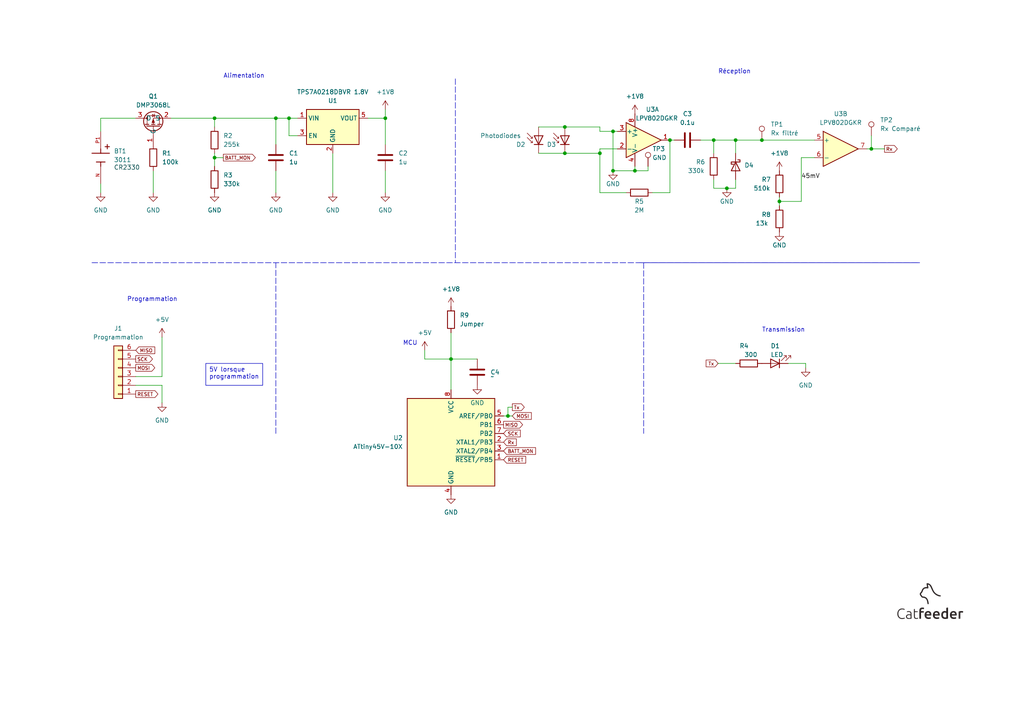
<source format=kicad_sch>
(kicad_sch (version 20230121) (generator eeschema)
  (paper "A4")
  (title_block (title "Cat Feeder - Tag") (date "2024-03-04") (rev "1") (company "John Molas"))
  (lib_symbols
    (symbol "3011:3011" (pin_names (offset 1.016))
      (property "Reference" "BT" (at -3.81 3.81 0))
      (property "Value" "3011" (at -3.81 -5.08 0))
      (symbol "3011_0_0"
        (polyline (pts (xy -3.81 1.905) (xy -2.54 1.905)) (stroke (width 0.254)))
        (polyline (pts (xy -3.175 2.54) (xy -3.175 1.27)) (stroke (width 0.254)))
        (polyline (pts (xy -1.27 0) (xy -2.54 0)) (stroke (width 0.254)))
        (polyline (pts (xy -1.27 0) (xy -1.27 -2.54)) (stroke (width 0.254)))
        (polyline (pts (xy -1.27 2.54) (xy -1.27 0)) (stroke (width 0.254)))
        (polyline (pts (xy 1.27 0) (xy 1.27 -1.27)) (stroke (width 0.254)))
        (polyline (pts (xy 1.27 0) (xy 2.54 0)) (stroke (width 0.254)))
        (polyline (pts (xy 1.27 1.27) (xy 1.27 0)) (stroke (width 0.254)))
        (pin passive line (at 7.62 0 180) (length 5.08) (name "~") (number "N"))
        (pin passive line (at -7.62 0 0) (length 5.08) (name "~") (number "P1"))
      )
    )
    (symbol "Amplifier_Operational:LM358" (pin_names (offset 0.127))
      (property "Reference" "U" (at 0 5.08 0))
      (property "Value" "LM358" (at 0 -5.08 0))
      (symbol "LM358_1_1"
        (polyline (pts (xy -5.08 5.08) (xy 5.08 0) (xy -5.08 -5.08) (xy -5.08 5.08)) (stroke (width 0.254)) (fill (type background)))
        (pin output line (at 7.62 0 180) (length 2.54) (name "~") (number "1"))
        (pin input line (at -7.62 -2.54 0) (length 2.54) (name "-") (number "2"))
        (pin input line (at -7.62 2.54 0) (length 2.54) (name "+") (number "3"))
      )
      (symbol "LM358_2_1"
        (polyline (pts (xy -5.08 5.08) (xy 5.08 0) (xy -5.08 -5.08) (xy -5.08 5.08)) (stroke (width 0.254)) (fill (type background)))
        (pin input line (at -7.62 2.54 0) (length 2.54) (name "+") (number "5"))
        (pin input line (at -7.62 -2.54 0) (length 2.54) (name "-") (number "6"))
        (pin output line (at 7.62 0 180) (length 2.54) (name "~") (number "7"))
      )
      (symbol "LM358_3_1"
        (pin power_in line (at -2.54 -7.62 90) (length 3.81) (name "V-") (number "4"))
        (pin power_in line (at -2.54 7.62 270) (length 3.81) (name "V+") (number "8"))
      )
    )
    (symbol "Connector:TestPoint" (pin_numbers hide) (pin_names (offset 0.762) hide)
      (property "Reference" "TP" (at 0 6.858 0))
      (property "Value" "TestPoint" (at 0 5.08 0))
      (symbol "TestPoint_0_1"
        (circle (center 0 3.302) (radius 0.762))
      )
      (symbol "TestPoint_1_1"
        (pin passive line (at 0 0 90) (length 2.54) (name "1") (number "1"))
      )
    )
    (symbol "Connector_Generic:Conn_01x06" (pin_names (offset 1.016) hide)
      (property "Reference" "J" (at 0 7.62 0))
      (property "Value" "Conn_01x06" (at 0 -10.16 0))
      (symbol "Conn_01x06_1_1"
        (rectangle (start -1.27 -7.493) (end 0 -7.747) (stroke (width 0.1524)))
        (rectangle (start -1.27 -4.953) (end 0 -5.207) (stroke (width 0.1524)))
        (rectangle (start -1.27 -2.413) (end 0 -2.667) (stroke (width 0.1524)))
        (rectangle (start -1.27 0.127) (end 0 -0.127) (stroke (width 0.1524)))
        (rectangle (start -1.27 2.667) (end 0 2.413) (stroke (width 0.1524)))
        (rectangle (start -1.27 5.207) (end 0 4.953) (stroke (width 0.1524)))
        (rectangle (start -1.27 6.35) (end 1.27 -8.89) (stroke (width 0.254)) (fill (type background)))
        (pin passive line (at -5.08 5.08 0) (length 3.81) (name "Pin_1") (number "1"))
        (pin passive line (at -5.08 2.54 0) (length 3.81) (name "Pin_2") (number "2"))
        (pin passive line (at -5.08 0 0) (length 3.81) (name "Pin_3") (number "3"))
        (pin passive line (at -5.08 -2.54 0) (length 3.81) (name "Pin_4") (number "4"))
        (pin passive line (at -5.08 -5.08 0) (length 3.81) (name "Pin_5") (number "5"))
        (pin passive line (at -5.08 -7.62 0) (length 3.81) (name "Pin_6") (number "6"))
      )
    )
    (symbol "Device:C" (pin_numbers hide) (pin_names (offset 0.254))
      (property "Reference" "C" (at 0.635 2.54 0))
      (property "Value" "C" (at 0.635 -2.54 0))
      (symbol "C_0_1"
        (polyline (pts (xy -2.032 -0.762) (xy 2.032 -0.762)) (stroke (width 0.508)))
        (polyline (pts (xy -2.032 0.762) (xy 2.032 0.762)) (stroke (width 0.508)))
      )
      (symbol "C_1_1"
        (pin passive line (at 0 3.81 270) (length 2.794) (name "~") (number "1"))
        (pin passive line (at 0 -3.81 90) (length 2.794) (name "~") (number "2"))
      )
    )
    (symbol "Device:D_Photo" (pin_numbers hide) (pin_names hide)
      (property "Reference" "D" (at 0.508 1.778 0))
      (property "Value" "D_Photo" (at -1.016 -2.794 0))
      (symbol "D_Photo_0_1"
        (polyline (pts (xy -2.54 1.27) (xy -2.54 -1.27)) (stroke (width 0.254)))
        (polyline (pts (xy -2.032 1.778) (xy -1.524 1.778)))
        (polyline (pts (xy 0 0) (xy -2.54 0)))
        (polyline (pts (xy -0.508 3.302) (xy -2.032 1.778) (xy -2.032 2.286)))
        (polyline (pts (xy 0 -1.27) (xy 0 1.27) (xy -2.54 0) (xy 0 -1.27)) (stroke (width 0.254)))
        (polyline (pts (xy 0.762 3.302) (xy -0.762 1.778) (xy -0.762 2.286) (xy -0.762 1.778) (xy -0.254 1.778)))
      )
      (symbol "D_Photo_1_1"
        (pin passive line (at -5.08 0 0) (length 2.54) (name "K") (number "1"))
        (pin passive line (at 2.54 0 180) (length 2.54) (name "A") (number "2"))
      )
    )
    (symbol "Device:D_Schottky" (pin_numbers hide) (pin_names (offset 1.016) hide)
      (property "Reference" "D" (at 0 2.54 0))
      (property "Value" "D_Schottky" (at 0 -2.54 0))
      (symbol "D_Schottky_0_1"
        (polyline (pts (xy 1.27 0) (xy -1.27 0)))
        (polyline (pts (xy 1.27 1.27) (xy 1.27 -1.27) (xy -1.27 0) (xy 1.27 1.27)) (stroke (width 0.254)))
        (polyline (pts (xy -1.905 0.635) (xy -1.905 1.27) (xy -1.27 1.27) (xy -1.27 -1.27) (xy -0.635 -1.27) (xy -0.635 -0.635)) (stroke (width 0.254)))
      )
      (symbol "D_Schottky_1_1"
        (pin passive line (at -3.81 0 0) (length 2.54) (name "K") (number "1"))
        (pin passive line (at 3.81 0 180) (length 2.54) (name "A") (number "2"))
      )
    )
    (symbol "Device:LED" (pin_numbers hide) (pin_names (offset 1.016) hide)
      (property "Reference" "D" (at 0 2.54 0))
      (property "Value" "LED" (at 0 -2.54 0))
      (symbol "LED_0_1"
        (polyline (pts (xy -1.27 -1.27) (xy -1.27 1.27)) (stroke (width 0.254)))
        (polyline (pts (xy -1.27 0) (xy 1.27 0)))
        (polyline (pts (xy 1.27 -1.27) (xy 1.27 1.27) (xy -1.27 0) (xy 1.27 -1.27)) (stroke (width 0.254)))
        (polyline (pts (xy -3.048 -0.762) (xy -4.572 -2.286) (xy -3.81 -2.286) (xy -4.572 -2.286) (xy -4.572 -1.524)))
        (polyline (pts (xy -1.778 -0.762) (xy -3.302 -2.286) (xy -2.54 -2.286) (xy -3.302 -2.286) (xy -3.302 -1.524)))
      )
      (symbol "LED_1_1"
        (pin passive line (at -3.81 0 0) (length 2.54) (name "K") (number "1"))
        (pin passive line (at 3.81 0 180) (length 2.54) (name "A") (number "2"))
      )
    )
    (symbol "Device:R" (pin_numbers hide) (pin_names (offset 0))
      (property "Reference" "R" (at 2.032 0 90))
      (property "Value" "R" (at 0 0 90))
      (symbol "R_0_1"
        (rectangle (start -1.016 -2.54) (end 1.016 2.54) (stroke (width 0.254)))
      )
      (symbol "R_1_1"
        (pin passive line (at 0 3.81 270) (length 1.27) (name "~") (number "1"))
        (pin passive line (at 0 -3.81 90) (length 1.27) (name "~") (number "2"))
      )
    )
    (symbol "MCU_Microchip_ATtiny:ATtiny45V-10X"
      (property "Reference" "U" (at -12.7 13.97 0))
      (property "Value" "ATtiny45V-10X" (at 2.54 -13.97 0))
      (symbol "ATtiny45V-10X_0_1"
        (rectangle (start -12.7 -12.7) (end 12.7 12.7) (stroke (width 0.254)) (fill (type background)))
      )
      (symbol "ATtiny45V-10X_1_1"
        (pin bidirectional line (at 15.24 -5.08 180) (length 2.54) (name "~{RESET}/PB5") (number "1"))
        (pin bidirectional line (at 15.24 0 180) (length 2.54) (name "XTAL1/PB3") (number "2"))
        (pin bidirectional line (at 15.24 -2.54 180) (length 2.54) (name "XTAL2/PB4") (number "3"))
        (pin power_in line (at 0 -15.24 90) (length 2.54) (name "GND") (number "4"))
        (pin bidirectional line (at 15.24 7.62 180) (length 2.54) (name "AREF/PB0") (number "5"))
        (pin bidirectional line (at 15.24 5.08 180) (length 2.54) (name "PB1") (number "6"))
        (pin bidirectional line (at 15.24 2.54 180) (length 2.54) (name "PB2") (number "7"))
        (pin power_in line (at 0 15.24 270) (length 2.54) (name "VCC") (number "8"))
      )
    )
    (symbol "Regulator_Linear:ADP7182AUJZ-3.3"
      (property "Reference" "U1" (at 0 -7.62 0))
      (property "Value" "TPS7A02 1.8V" (at 0 -10.16 0))
      (symbol "ADP7182AUJZ-3.3_0_1"
        (rectangle (start -7.62 5.08) (end 7.62 -5.08) (stroke (width 0.254)) (fill (type background)))
      )
      (symbol "ADP7182AUJZ-3.3_1_1"
        (pin power_in line (at -10.16 -2.54 0) (length 2.54) (name "VIN") (number "1"))
        (pin power_in line (at 0 7.62 270) (length 2.54) (name "GND") (number "2"))
        (pin input line (at -10.16 2.54 0) (length 2.54) (name "EN") (number "3"))
        (pin no_connect line (at 7.62 0 180) (length 2.54) hide (name "NC") (number "4"))
        (pin power_out line (at 10.16 -2.54 180) (length 2.54) (name "VOUT") (number "5"))
      )
    )
    (symbol "Transistor_FET:IRLML5203"
      (property "Reference" "Q" (at 5.08 1.905 0))
      (property "Value" "IRLML5203" (at 5.08 0 0))
      (symbol "IRLML5203_0_1"
        (polyline (pts (xy 0.254 0) (xy -2.54 0)))
        (polyline (pts (xy 0.254 1.905) (xy 0.254 -1.905)) (stroke (width 0.254)))
        (polyline (pts (xy 0.762 -1.27) (xy 0.762 -2.286)) (stroke (width 0.254)))
        (polyline (pts (xy 0.762 0.508) (xy 0.762 -0.508)) (stroke (width 0.254)))
        (polyline (pts (xy 0.762 2.286) (xy 0.762 1.27)) (stroke (width 0.254)))
        (polyline (pts (xy 2.54 2.54) (xy 2.54 1.778)))
        (polyline (pts (xy 2.54 -2.54) (xy 2.54 0) (xy 0.762 0)))
        (polyline (pts (xy 0.762 1.778) (xy 3.302 1.778) (xy 3.302 -1.778) (xy 0.762 -1.778)))
        (polyline (pts (xy 2.286 0) (xy 1.27 0.381) (xy 1.27 -0.381) (xy 2.286 0)) (fill (type outline)))
        (polyline (pts (xy 2.794 -0.508) (xy 2.921 -0.381) (xy 3.683 -0.381) (xy 3.81 -0.254)))
        (polyline (pts (xy 3.302 -0.381) (xy 2.921 0.254) (xy 3.683 0.254) (xy 3.302 -0.381)))
        (circle (center 1.651 0) (radius 2.794) (stroke (width 0.254)))
        (circle (center 2.54 -1.778) (radius 0.254) (fill (type outline)))
        (circle (center 2.54 1.778) (radius 0.254) (fill (type outline)))
      )
      (symbol "IRLML5203_1_1"
        (pin input line (at -5.08 0 0) (length 2.54) (name "G") (number "1"))
        (pin passive line (at 2.54 -5.08 90) (length 2.54) (name "S") (number "2"))
        (pin passive line (at 2.54 5.08 270) (length 2.54) (name "D") (number "3"))
      )
    )
    (symbol "power:+1V8" (power) (pin_names (offset 0))
      (property "Value" "+1V8" (at 0 3.556 0))
      (symbol "+1V8_0_1"
        (polyline (pts (xy -0.762 1.27) (xy 0 2.54)))
        (polyline (pts (xy 0 0) (xy 0 2.54)))
        (polyline (pts (xy 0 2.54) (xy 0.762 1.27)))
      )
      (symbol "+1V8_1_1"
        (pin power_in line (at 0 0 90) (length 0) hide (name "+1V8") (number "1"))
      )
    )
    (symbol "power:+5V" (power) (pin_names (offset 0))
      (property "Value" "+5V" (at 0 3.556 0))
      (symbol "+5V_0_1"
        (polyline (pts (xy -0.762 1.27) (xy 0 2.54)))
        (polyline (pts (xy 0 0) (xy 0 2.54)))
        (polyline (pts (xy 0 2.54) (xy 0.762 1.27)))
      )
      (symbol "+5V_1_1"
        (pin power_in line (at 0 0 90) (length 0) hide (name "+5V") (number "1"))
      )
    )
    (symbol "power:GND" (power) (pin_names (offset 0))
      (property "Value" "GND" (at 0 -3.81 0))
      (symbol "GND_0_1"
        (polyline (pts (xy 0 0) (xy 0 -1.27) (xy 1.27 -1.27) (xy 0 -2.54) (xy -1.27 -1.27) (xy 0 -1.27)))
      )
      (symbol "GND_1_1"
        (pin power_in line (at 0 0 270) (length 0) hide (name "GND") (number "1"))
      )
    )
  )
  (junction (at 220.98 40.64))
  (junction (at 210.82 54.61))
  (junction (at 252.73 43.18))
  (junction (at 213.36 40.64))
  (junction (at 62.23 45.72))
  (junction (at 80.01 34.29))
  (junction (at 163.83 44.45))
  (junction (at 173.99 44.45))
  (junction (at 207.01 40.64))
  (junction (at 184.15 49.53))
  (junction (at 194.31 40.64))
  (junction (at 62.23 34.29))
  (junction (at 147.32 120.65))
  (junction (at 163.83 36.83))
  (junction (at 226.06 58.42))
  (junction (at 177.8 49.53))
  (junction (at 83.82 34.29))
  (junction (at 111.76 34.29))
  (junction (at 177.8 38.1))
  (junction (at 130.81 104.14))
  (wire (pts (xy 194.31 40.64) (xy 195.58 40.64)))
  (wire (pts (xy 226.06 58.42) (xy 226.06 59.69)))
  (wire (pts (xy 251.46 43.18) (xy 252.73 43.18)))
  (wire (pts (xy 173.99 55.88) (xy 173.99 44.45)))
  (wire (pts (xy 207.01 54.61) (xy 210.82 54.61)))
  (wire (pts (xy 29.21 53.34) (xy 29.21 55.88)))
  (wire (pts (xy 184.15 49.53) (xy 184.15 48.26)))
  (wire (pts (xy 207.01 40.64) (xy 213.36 40.64)))
  (wire (pts (xy 181.61 55.88) (xy 173.99 55.88)))
  (wire (pts (xy 111.76 34.29) (xy 111.76 41.91)))
  (wire (pts (xy 106.68 34.29) (xy 111.76 34.29)))
  (wire (pts (xy 83.82 34.29) (xy 83.82 39.37)))
  (wire (pts (xy 130.81 104.14) (xy 138.43 104.14)))
  (wire (pts (xy 64.77 45.72) (xy 62.23 45.72)))
  (wire (pts (xy 123.19 104.14) (xy 130.81 104.14)))
  (wire (pts (xy 39.37 109.22) (xy 46.99 109.22)))
  (wire (pts (xy 173.99 36.83) (xy 163.83 36.83)))
  (wire (pts (xy 207.01 54.61) (xy 207.01 52.07)))
  (wire (pts (xy 213.36 40.64) (xy 220.98 40.64)))
  (wire (pts (xy 232.41 58.42) (xy 226.06 58.42)))
  (wire (pts (xy 80.01 41.91) (xy 80.01 34.29)))
  (wire (pts (xy 187.96 48.26) (xy 187.96 49.53)))
  (wire (pts (xy 147.32 118.11) (xy 147.32 120.65)))
  (wire (pts (xy 203.2 40.64) (xy 207.01 40.64)))
  (wire (pts (xy 252.73 39.37) (xy 252.73 43.18)))
  (wire (pts (xy 252.73 43.18) (xy 256.54 43.18)))
  (wire (pts (xy 80.01 34.29) (xy 83.82 34.29)))
  (wire (pts (xy 173.99 43.18) (xy 179.07 43.18)))
  (wire (pts (xy 96.52 55.88) (xy 96.52 44.45)))
  (wire (pts (xy 163.83 44.45) (xy 173.99 44.45)))
  (wire (pts (xy 44.45 55.88) (xy 44.45 49.53)))
  (polyline (pts (xy 185.42 76.2) (xy 266.7 76.2)))
  (wire (pts (xy 213.36 44.45) (xy 213.36 40.64)))
  (wire (pts (xy 80.01 49.53) (xy 80.01 55.88)))
  (wire (pts (xy 130.81 104.14) (xy 130.81 113.03)))
  (wire (pts (xy 194.31 40.64) (xy 194.31 55.88)))
  (wire (pts (xy 210.82 54.61) (xy 213.36 54.61)))
  (wire (pts (xy 123.19 101.6) (xy 123.19 104.14)))
  (wire (pts (xy 86.36 39.37) (xy 83.82 39.37)))
  (polyline (pts (xy 80.01 125.73) (xy 80.01 76.2)) (stroke (width 0) (type dash)))
  (wire (pts (xy 62.23 34.29) (xy 80.01 34.29)))
  (wire (pts (xy 83.82 34.29) (xy 86.36 34.29)))
  (wire (pts (xy 232.41 45.72) (xy 232.41 58.42)))
  (wire (pts (xy 233.68 105.41) (xy 233.68 106.68)))
  (wire (pts (xy 184.15 49.53) (xy 187.96 49.53)))
  (wire (pts (xy 62.23 44.45) (xy 62.23 45.72)))
  (polyline (pts (xy 26.67 76.2) (xy 266.7 76.2)) (stroke (width 0) (type dash)))
  (wire (pts (xy 29.21 34.29) (xy 39.37 34.29)))
  (wire (pts (xy 49.53 34.29) (xy 62.23 34.29)))
  (wire (pts (xy 228.6 105.41) (xy 233.68 105.41)))
  (wire (pts (xy 111.76 31.75) (xy 111.76 34.29)))
  (wire (pts (xy 173.99 44.45) (xy 173.99 43.18)))
  (wire (pts (xy 177.8 49.53) (xy 184.15 49.53)))
  (wire (pts (xy 226.06 57.15) (xy 226.06 58.42)))
  (wire (pts (xy 46.99 116.84) (xy 46.99 111.76)))
  (wire (pts (xy 207.01 44.45) (xy 207.01 40.64)))
  (wire (pts (xy 189.23 55.88) (xy 194.31 55.88)))
  (wire (pts (xy 46.99 109.22) (xy 46.99 97.79)))
  (wire (pts (xy 29.21 34.29) (xy 29.21 38.1)))
  (wire (pts (xy 147.32 120.65) (xy 148.59 120.65)))
  (polyline (pts (xy 186.69 76.2) (xy 186.69 125.73)) (stroke (width 0) (type dash)))
  (wire (pts (xy 156.21 44.45) (xy 163.83 44.45)))
  (wire (pts (xy 156.21 36.83) (xy 163.83 36.83)))
  (wire (pts (xy 111.76 49.53) (xy 111.76 55.88)))
  (wire (pts (xy 213.36 52.07) (xy 213.36 54.61)))
  (wire (pts (xy 220.98 40.64) (xy 236.22 40.64)))
  (wire (pts (xy 177.8 38.1) (xy 177.8 49.53)))
  (wire (pts (xy 232.41 45.72) (xy 236.22 45.72)))
  (wire (pts (xy 177.8 38.1) (xy 173.99 38.1)))
  (wire (pts (xy 130.81 96.52) (xy 130.81 104.14)))
  (wire (pts (xy 147.32 118.11) (xy 148.59 118.11)))
  (wire (pts (xy 147.32 120.65) (xy 146.05 120.65)))
  (wire (pts (xy 208.28 105.41) (xy 213.36 105.41)))
  (wire (pts (xy 46.99 111.76) (xy 39.37 111.76)))
  (wire (pts (xy 173.99 38.1) (xy 173.99 36.83)))
  (polyline (pts (xy 132.08 22.86) (xy 132.08 76.2)) (stroke (width 0) (type dash)))
  (wire (pts (xy 62.23 34.29) (xy 62.23 36.83)))
  (wire (pts (xy 62.23 45.72) (xy 62.23 48.26)))
  (wire (pts (xy 179.07 38.1) (xy 177.8 38.1)))
  (image (at 269.24 173.99) (scale 0.675447))
  (text_box "5V lorsque programmation" (at 59.69 105.41 0) (size 16.51 6.35) (effects (font (size 1.27 1.27)) (justify left top)))
  (text "CR2330\n" (at 33.02 49.53 0) (effects (font (size 1.27 1.27)) (justify left bottom)))
  (text "MCU" (at 116.84 100.33 0) (effects (font (size 1.27 1.27)) (justify left bottom)))
  (text "Alimentation" (at 64.77 22.86 0) (effects (font (size 1.27 1.27)) (justify left bottom)))
  (text "Programmation" (at 36.83 87.63 0) (effects (font (size 1.27 1.27)) (justify left bottom)))
  (text "Transmission" (at 220.98 96.52 0) (effects (font (size 1.27 1.27)) (justify left bottom)))
  (text "Réception" (at 208.28 21.59 0) (effects (font (size 1.27 1.27)) (justify left bottom)))
  (label "45mV" (at 232.41 52.07 0))
  (global_label "RESET" (shape output) (at 39.37 114.3 0) (effects (font (size 1 1))) (property "Intersheetrefs" "${INTERSHEET_REFS}" (effects hide)))
  (global_label "MISO" (shape output) (at 146.05 123.19 0) (effects (font (size 1 1))) (property "Intersheetrefs" "${INTERSHEET_REFS}" (effects hide)))
  (global_label "Tx" (shape input) (at 208.28 105.41 180) (effects (font (size 1 1))) (property "Intersheetrefs" "${INTERSHEET_REFS}" (effects hide)))
  (global_label "MOSI" (shape output) (at 39.37 106.68 0) (effects (font (size 1 1))) (property "Intersheetrefs" "${INTERSHEET_REFS}" (effects hide)))
  (global_label "MOSI" (shape input) (at 148.59 120.65 0) (effects (font (size 1 1))) (property "Intersheetrefs" "${INTERSHEET_REFS}" (effects hide)))
  (global_label "SCK" (shape input) (at 146.05 125.73 0) (effects (font (size 1 1))) (property "Intersheetrefs" "${INTERSHEET_REFS}" (effects hide)))
  (global_label "MISO" (shape input) (at 39.37 101.6 0) (effects (font (size 1 1))) (property "Intersheetrefs" "${INTERSHEET_REFS}" (effects hide)))
  (global_label "Tx" (shape output) (at 148.59 118.11 0) (effects (font (size 1 1))) (property "Intersheetrefs" "${INTERSHEET_REFS}" (effects hide)))
  (global_label "SCK" (shape output) (at 39.37 104.14 0) (effects (font (size 1 1))) (property "Intersheetrefs" "${INTERSHEET_REFS}" (effects hide)))
  (global_label "Rx" (shape output) (at 256.54 43.18 0) (effects (font (size 1 1))) (property "Intersheetrefs" "${INTERSHEET_REFS}" (effects hide)))
  (global_label "BATT_MON" (shape input) (at 146.05 130.81 0) (effects (font (size 1 1))) (property "Intersheetrefs" "${INTERSHEET_REFS}" (effects hide)))
  (global_label "RESET" (shape input) (at 146.05 133.35 0) (effects (font (size 1 1))) (property "Intersheetrefs" "${INTERSHEET_REFS}" (effects hide)))
  (global_label "BATT_MON" (shape output) (at 64.77 45.72 0) (effects (font (size 1 1))) (property "Intersheetrefs" "${INTERSHEET_REFS}" (effects hide)))
  (global_label "Rx" (shape input) (at 146.05 128.27 0) (effects (font (size 1 1))) (property "Intersheetrefs" "${INTERSHEET_REFS}" (effects hide)))
  (symbol (lib_id "power:GND") (at 29.21 55.88 0) (unit 1)
    (property "Reference" "#PWR04" (effects hide))
    (property "Value" "GND" (at 29.21 60.96 0))
  )
  (symbol (lib_id "Device:C") (at 199.39 40.64 90) (unit 1)
    (property "Reference" "C3" (at 199.39 33.02 90))
    (property "Value" "0.1u" (at 199.39 35.56 90))
    (property "Footprint" "Capacitor_SMD:C_0603_1608Metric_Pad1.08x0.95mm_HandSolder" (effects hide))
  )
  (symbol (lib_id "Regulator_Linear:ADP7182AUJZ-3.3") (at 96.52 36.83 0) (mirror x) (unit 1)
    (property "Reference" "U1" (at 96.52 29.21 0))
    (property "Value" "TPS7A0218DBVR 1.8V" (at 96.52 26.67 0))
    (property "Footprint" "Package_TO_SOT_SMD:TSOT-23-5" (effects hide))
    (property "Datasheet" "https://www.analog.com/media/en/technical-documentation/data-sheets/ADP7182.pdf" (effects hide))
  )
  (symbol (lib_id "Device:C") (at 111.76 45.72 0) (unit 1)
    (property "Reference" "C2" (at 115.57 44.45 0) (effects (justify left)))
    (property "Value" "1u" (at 115.57 46.99 0) (effects (justify left)))
    (property "Footprint" "Capacitor_SMD:C_0603_1608Metric_Pad1.08x0.95mm_HandSolder" (effects hide))
  )
  (symbol (lib_id "Device:R") (at 226.06 53.34 180) (unit 1)
    (property "Reference" "R7" (at 222.25 52.07 0))
    (property "Value" "510k" (at 220.98 54.61 0))
    (property "Footprint" "Resistor_SMD:R_0603_1608Metric_Pad0.98x0.95mm_HandSolder" (effects hide))
  )
  (symbol (lib_id "power:GND") (at 210.82 54.61 0) (unit 1)
    (property "Reference" "#PWR012" (effects hide))
    (property "Value" "GND" (at 210.82 58.42 0))
  )
  (symbol (lib_id "Amplifier_Operational:LM358") (at 243.84 43.18 0) (unit 2)
    (property "Reference" "U3" (at 243.84 33.02 0))
    (property "Value" "LPV802DGKR" (at 243.84 35.56 0))
    (property "Footprint" "Package_SO:VSSOP-8_3.0x3.0mm_P0.65mm" (effects hide))
    (property "Datasheet" "http://www.ti.com/lit/ds/symlink/lm2904-n.pdf" (effects hide))
  )
  (symbol (lib_id "power:GND") (at 138.43 111.76 0) (unit 1)
    (property "Reference" "#PWR020" (effects hide))
    (property "Value" "GND" (at 138.43 116.84 0))
  )
  (symbol (lib_id "3011:3011") (at 29.21 45.72 270) (unit 1)
    (property "Reference" "BT1" (at 33.02 43.815 90) (effects (justify left)))
    (property "Value" "3011" (at 33.02 46.355 90) (effects (justify left)))
    (property "Footprint" "3011:BAT_3011" (effects hide))
    (property "PARTREV" "B" (effects hide))
    (property "MANUFACTURER" "Keystone Electronics" (effects hide))
    (property "STANDARD" "Manufacturer Recommendations" (effects hide))
    (property "MAXIMUM_PACKAGE_HEIGHT" "6.35mm" (effects hide))
    (property "SNAPEDA_PN" "3011" (effects hide))
  )
  (symbol (lib_id "power:+5V") (at 123.19 101.6 0) (unit 1)
    (property "Reference" "#PWR018" (effects hide))
    (property "Value" "+5V" (at 123.19 96.52 0))
  )
  (symbol (lib_id "Connector:TestPoint") (at 252.73 39.37 0) (unit 1)
    (property "Reference" "TP2" (at 255.27 34.798 0) (effects (justify left)))
    (property "Value" "Rx Comparé" (at 255.27 37.338 0) (effects (justify left)))
    (property "Footprint" "S2751_46R:HARWIN_S2751-46R" (effects hide))
  )
  (symbol (lib_id "power:GND") (at 233.68 106.68 0) (unit 1)
    (property "Reference" "#PWR015" (effects hide))
    (property "Value" "GND" (at 233.68 111.76 0))
  )
  (symbol (lib_id "power:GND") (at 44.45 55.88 0) (unit 1)
    (property "Reference" "#PWR01" (effects hide))
    (property "Value" "GND" (at 44.45 60.96 0))
  )
  (symbol (lib_id "power:+1V8") (at 111.76 31.75 0) (unit 1)
    (property "Reference" "#PWR06" (effects hide))
    (property "Value" "+1V8" (at 111.76 26.67 0))
  )
  (symbol (lib_id "Device:C") (at 138.43 107.95 0) (unit 1)
    (property "Reference" "C4" (at 142.24 107.95 0) (effects (justify left)))
    (property "Value" "~" (at 142.24 109.22 0) (effects (justify left)))
    (property "Footprint" "Capacitor_SMD:C_0603_1608Metric_Pad1.08x0.95mm_HandSolder" (effects hide))
  )
  (symbol (lib_id "MCU_Microchip_ATtiny:ATtiny45V-10X") (at 130.81 128.27 0) (unit 1)
    (property "Reference" "U2" (at 116.84 127 0) (effects (justify right)))
    (property "Value" "ATtiny45V-10X" (at 116.84 129.54 0) (effects (justify right)))
    (property "Footprint" "Package_SO:TSSOP-8_4.4x3mm_P0.65mm" (effects hide))
    (property "Datasheet" "http://ww1.microchip.com/downloads/en/DeviceDoc/atmel-2586-avr-8-bit-microcontroller-attiny25-attiny45-attiny85_datasheet.pdf" (effects hide))
  )
  (symbol (lib_id "Device:R") (at 207.01 48.26 180) (unit 1)
    (property "Reference" "R6" (at 203.2 46.99 0))
    (property "Value" "330k" (at 201.93 49.53 0))
    (property "Footprint" "Resistor_SMD:R_0603_1608Metric_Pad0.98x0.95mm_HandSolder" (effects hide))
  )
  (symbol (lib_id "power:GND") (at 80.01 55.88 0) (unit 1)
    (property "Reference" "#PWR03" (effects hide))
    (property "Value" "GND" (at 80.01 60.96 0))
  )
  (symbol (lib_id "Device:R") (at 44.45 45.72 0) (unit 1)
    (property "Reference" "R1" (at 46.99 44.45 0) (effects (justify left)))
    (property "Value" "100k" (at 46.99 46.99 0) (effects (justify left)))
    (property "Footprint" "Resistor_SMD:R_0603_1608Metric_Pad0.98x0.95mm_HandSolder" (effects hide))
  )
  (symbol (lib_id "Device:R") (at 62.23 40.64 0) (unit 1)
    (property "Reference" "R2" (at 64.77 39.37 0) (effects (justify left)))
    (property "Value" "255k" (at 64.77 41.91 0) (effects (justify left)))
    (property "Footprint" "Resistor_SMD:R_0603_1608Metric_Pad0.98x0.95mm_HandSolder" (effects hide))
  )
  (symbol (lib_id "Device:D_Photo") (at 156.21 39.37 90) (unit 1)
    (property "Reference" "D2" (at 152.4 41.91 90) (effects (justify left)))
    (property "Value" "Photodiodes" (at 151.13 39.37 90) (effects (justify left)))
    (property "Footprint" "LED_SMD:LED_0805_2012Metric_Pad1.15x1.40mm_HandSolder" (effects hide))
  )
  (symbol (lib_id "Device:R") (at 226.06 63.5 180) (unit 1)
    (property "Reference" "R8" (at 222.25 62.23 0))
    (property "Value" "13k" (at 220.98 64.77 0))
    (property "Footprint" "Resistor_SMD:R_0603_1608Metric_Pad0.98x0.95mm_HandSolder" (effects hide))
  )
  (symbol (lib_id "Amplifier_Operational:LM358") (at 186.69 40.64 0) (unit 3)
    (property "Reference" "U3" (effects hide))
    (property "Value" "LPV802DGKR" (effects hide))
    (property "Footprint" "Package_SO:VSSOP-8_3.0x3.0mm_P0.65mm" (effects hide))
    (property "Datasheet" "http://www.ti.com/lit/ds/symlink/lm2904-n.pdf" (effects hide))
  )
  (symbol (lib_id "power:GND") (at 111.76 55.88 0) (unit 1)
    (property "Reference" "#PWR05" (effects hide))
    (property "Value" "GND" (at 111.76 60.96 0))
  )
  (symbol (lib_id "Connector:TestPoint") (at 220.98 40.64 0) (unit 1)
    (property "Reference" "TP1" (at 223.52 36.068 0) (effects (justify left)))
    (property "Value" "Rx filtré" (at 223.52 38.608 0) (effects (justify left)))
    (property "Footprint" "S2751_46R:HARWIN_S2751-46R" (effects hide))
  )
  (symbol (lib_id "Device:R") (at 185.42 55.88 90) (unit 1)
    (property "Reference" "R5" (at 185.42 58.42 90))
    (property "Value" "2M" (at 185.42 60.96 90))
    (property "Footprint" "Resistor_SMD:R_0603_1608Metric_Pad0.98x0.95mm_HandSolder" (effects hide))
  )
  (symbol (lib_id "Device:R") (at 217.17 105.41 90) (unit 1)
    (property "Reference" "R4" (at 217.17 100.33 90) (effects (justify left)))
    (property "Value" "300" (at 219.71 102.87 90) (effects (justify left)))
    (property "Footprint" "Resistor_SMD:R_0603_1608Metric_Pad0.98x0.95mm_HandSolder" (effects hide))
  )
  (symbol (lib_id "power:+1V8") (at 184.15 33.02 0) (unit 1)
    (property "Reference" "#PWR011" (effects hide))
    (property "Value" "+1V8" (at 184.15 27.94 0))
  )
  (symbol (lib_id "power:GND") (at 130.81 143.51 0) (unit 1)
    (property "Reference" "#PWR08" (effects hide))
    (property "Value" "GND" (at 130.81 148.59 0))
  )
  (symbol (lib_id "Device:LED") (at 224.79 105.41 180) (unit 1)
    (property "Reference" "D1" (at 223.52 100.33 0) (effects (justify right)))
    (property "Value" "LED" (at 223.52 102.87 0) (effects (justify right)))
    (property "Footprint" "LED_SMD:LED_0603_1608Metric_Pad1.05x0.95mm_HandSolder" (effects hide))
  )
  (symbol (lib_id "Device:R") (at 62.23 52.07 0) (unit 1)
    (property "Reference" "R3" (at 64.77 50.8 0) (effects (justify left)))
    (property "Value" "330k" (at 64.77 53.34 0) (effects (justify left)))
    (property "Footprint" "Resistor_SMD:R_0603_1608Metric_Pad0.98x0.95mm_HandSolder" (effects hide))
  )
  (symbol (lib_id "power:GND") (at 62.23 55.88 0) (unit 1)
    (property "Reference" "#PWR09" (effects hide))
    (property "Value" "GND" (at 62.23 60.96 0))
  )
  (symbol (lib_id "Connector:TestPoint") (at 187.96 48.26 0) (unit 1)
    (property "Reference" "TP3" (at 189.23 43.18 0) (effects (justify left)))
    (property "Value" "GND" (at 189.23 45.72 0) (effects (justify left)))
    (property "Footprint" "S2751_46R:HARWIN_S2751-46R" (effects hide))
  )
  (symbol (lib_id "power:GND") (at 177.8 49.53 0) (unit 1)
    (property "Reference" "#PWR010" (effects hide))
    (property "Value" "GND" (at 177.8 53.34 0))
  )
  (symbol (lib_id "power:GND") (at 226.06 67.31 0) (unit 1)
    (property "Reference" "#PWR014" (effects hide))
    (property "Value" "GND" (at 226.06 71.12 0))
  )
  (symbol (lib_id "power:+1V8") (at 130.81 88.9 0) (unit 1)
    (property "Reference" "#PWR07" (effects hide))
    (property "Value" "+1V8" (at 130.81 83.82 0))
  )
  (symbol (lib_id "Device:D_Photo") (at 163.83 39.37 90) (unit 1)
    (property "Reference" "D3" (at 161.29 41.91 90) (effects (justify left)))
    (property "Value" "D_Photo" (effects hide))
    (property "Footprint" "LED_SMD:LED_0805_2012Metric_Pad1.15x1.40mm_HandSolder" (effects hide))
  )
  (symbol (lib_id "Device:C") (at 80.01 45.72 0) (unit 1)
    (property "Reference" "C1" (at 83.82 44.45 0) (effects (justify left)))
    (property "Value" "1u" (at 83.82 46.99 0) (effects (justify left)))
    (property "Footprint" "Capacitor_SMD:C_0603_1608Metric_Pad1.08x0.95mm_HandSolder" (effects hide))
  )
  (symbol (lib_id "power:GND") (at 96.52 55.88 0) (unit 1)
    (property "Reference" "#PWR02" (effects hide))
    (property "Value" "GND" (at 96.52 60.96 0))
  )
  (symbol (lib_id "Device:D_Schottky") (at 213.36 48.26 270) (unit 1)
    (property "Reference" "D4" (at 215.9 47.9425 90) (effects (justify left)))
    (property "Value" "D_Schottky" (effects hide))
    (property "Footprint" "Diode_SMD:D_0603_1608Metric_Pad1.05x0.95mm_HandSolder" (effects hide))
  )
  (symbol (lib_id "power:+5V") (at 46.99 97.79 0) (unit 1)
    (property "Reference" "#PWR016" (effects hide))
    (property "Value" "+5V" (at 46.99 92.71 0))
  )
  (symbol (lib_id "Connector_Generic:Conn_01x06") (at 34.29 109.22 180) (unit 1)
    (property "Reference" "J1" (at 34.29 95.25 0))
    (property "Value" "Programmation" (at 34.29 97.79 0))
    (property "Footprint" "Connector:Tag-Connect_TC2030-IDC-NL_2x03_P1.27mm_Vertical" (effects hide))
  )
  (symbol (lib_id "Transistor_FET:IRLML5203") (at 44.45 36.83 90) (unit 1)
    (property "Reference" "Q1" (at 44.45 27.94 90))
    (property "Value" "DMP3068L" (at 44.45 30.48 90))
    (property "Footprint" "Package_TO_SOT_SMD:SOT-23" (effects hide))
    (property "Datasheet" "https://www.infineon.com/dgdl/irlml5203pbf.pdf?fileId=5546d462533600a40153566868da261d" (effects hide))
  )
  (symbol (lib_id "power:GND") (at 46.99 116.84 0) (unit 1)
    (property "Reference" "#PWR017" (effects hide))
    (property "Value" "GND" (at 46.99 121.92 0))
  )
  (symbol (lib_id "Device:R") (at 130.81 92.71 0) (unit 1)
    (property "Reference" "R9" (at 133.35 91.44 0) (effects (justify left)))
    (property "Value" "Jumper" (at 133.35 93.98 0) (effects (justify left)))
    (property "Footprint" "Resistor_SMD:R_0603_1608Metric_Pad0.98x0.95mm_HandSolder" (effects hide))
  )
  (symbol (lib_id "power:+1V8") (at 226.06 49.53 0) (unit 1)
    (property "Reference" "#PWR013" (effects hide))
    (property "Value" "+1V8" (at 226.06 44.45 0))
  )
  (symbol (lib_id "Amplifier_Operational:LM358") (at 186.69 40.64 0) (unit 1)
    (property "Reference" "U3" (at 189.23 31.75 0))
    (property "Value" "LPV802DGKR" (at 190.5 34.29 0))
    (property "Footprint" "Package_SO:VSSOP-8_3.0x3.0mm_P0.65mm" (effects hide))
    (property "Datasheet" "http://www.ti.com/lit/ds/symlink/lm2904-n.pdf" (effects hide))
  )
)
</source>
